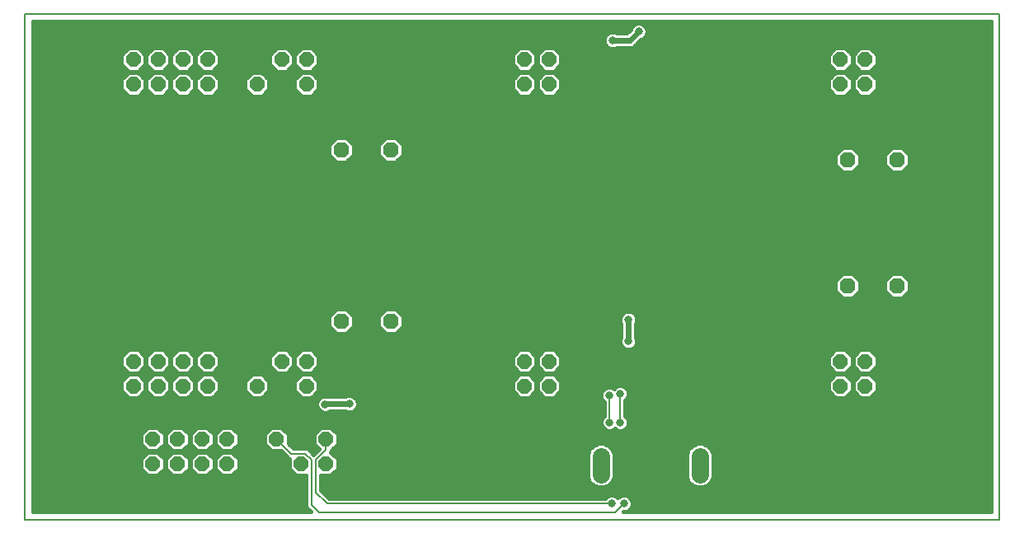
<source format=gbl>
G75*
%MOIN*%
%OFA0B0*%
%FSLAX25Y25*%
%IPPOS*%
%LPD*%
%AMOC8*
5,1,8,0,0,1.08239X$1,22.5*
%
%ADD10C,0.00591*%
%ADD11OC8,0.06300*%
%ADD12OC8,0.06000*%
%ADD13C,0.07050*%
%ADD14C,0.03150*%
%ADD15C,0.02362*%
%ADD16C,0.00630*%
%ADD17C,0.01600*%
%ADD18C,0.26772*%
%ADD19C,0.26575*%
%ADD20C,0.03543*%
%ADD21C,0.02775*%
D10*
X0001800Y0002213D02*
X0001800Y0206937D01*
X0395501Y0206937D01*
X0395501Y0002213D01*
X0001800Y0002213D01*
D11*
X0129595Y0082528D03*
X0149595Y0082528D03*
X0149595Y0151819D03*
X0129595Y0151819D03*
X0334320Y0147882D03*
X0354320Y0147882D03*
X0354320Y0096701D03*
X0334320Y0096701D03*
D12*
X0331446Y0066268D03*
X0341446Y0066268D03*
X0351446Y0066268D03*
X0351446Y0056268D03*
X0341446Y0056268D03*
X0331446Y0056268D03*
X0321446Y0056268D03*
X0321446Y0066268D03*
X0233650Y0066268D03*
X0223650Y0066268D03*
X0213650Y0066268D03*
X0203650Y0066268D03*
X0193650Y0066268D03*
X0183650Y0066268D03*
X0173650Y0066268D03*
X0163650Y0066268D03*
X0163650Y0056268D03*
X0173650Y0056268D03*
X0183650Y0056268D03*
X0193650Y0056268D03*
X0203650Y0056268D03*
X0213650Y0056268D03*
X0223650Y0056268D03*
X0233650Y0056268D03*
X0123414Y0034772D03*
X0113414Y0034772D03*
X0103414Y0034772D03*
X0093414Y0034772D03*
X0083414Y0034772D03*
X0073414Y0034772D03*
X0063414Y0034772D03*
X0053414Y0034772D03*
X0053414Y0024772D03*
X0063414Y0024772D03*
X0073414Y0024772D03*
X0083414Y0024772D03*
X0093414Y0024772D03*
X0103414Y0024772D03*
X0113414Y0024772D03*
X0123414Y0024772D03*
X0115540Y0056268D03*
X0105540Y0056268D03*
X0095540Y0056268D03*
X0085540Y0056268D03*
X0075540Y0056268D03*
X0065540Y0056268D03*
X0055540Y0056268D03*
X0045540Y0056268D03*
X0045540Y0066268D03*
X0055540Y0066268D03*
X0065540Y0066268D03*
X0075540Y0066268D03*
X0085540Y0066268D03*
X0095540Y0066268D03*
X0105540Y0066268D03*
X0115540Y0066268D03*
X0115540Y0178315D03*
X0105540Y0178315D03*
X0095540Y0178315D03*
X0085540Y0178315D03*
X0075540Y0178315D03*
X0065540Y0178315D03*
X0055540Y0178315D03*
X0045540Y0178315D03*
X0045540Y0188315D03*
X0055540Y0188315D03*
X0065540Y0188315D03*
X0075540Y0188315D03*
X0085540Y0188315D03*
X0095540Y0188315D03*
X0105540Y0188315D03*
X0115540Y0188315D03*
X0163650Y0188315D03*
X0173650Y0188315D03*
X0183650Y0188315D03*
X0193650Y0188315D03*
X0203650Y0188315D03*
X0213650Y0188315D03*
X0223650Y0188315D03*
X0233650Y0188315D03*
X0233650Y0178315D03*
X0223650Y0178315D03*
X0213650Y0178315D03*
X0203650Y0178315D03*
X0193650Y0178315D03*
X0183650Y0178315D03*
X0173650Y0178315D03*
X0163650Y0178315D03*
X0321446Y0178315D03*
X0331446Y0178315D03*
X0341446Y0178315D03*
X0351446Y0178315D03*
X0351446Y0188315D03*
X0341446Y0188315D03*
X0331446Y0188315D03*
X0321446Y0188315D03*
D13*
X0274556Y0027647D02*
X0274556Y0020597D01*
X0254556Y0020597D02*
X0254556Y0027647D01*
X0234556Y0027647D02*
X0234556Y0020597D01*
D14*
X0239005Y0008709D03*
X0243926Y0008709D03*
X0201800Y0011858D03*
X0187430Y0011465D03*
X0169320Y0011465D03*
X0238002Y0041573D03*
X0242351Y0041583D03*
X0242342Y0053000D03*
X0237992Y0052419D03*
X0218139Y0071898D03*
X0208099Y0072094D03*
X0202587Y0076819D03*
X0194320Y0076819D03*
X0186249Y0076819D03*
X0178769Y0076819D03*
X0171091Y0076819D03*
X0163611Y0076819D03*
X0159280Y0081150D03*
X0154162Y0086268D03*
X0149044Y0091386D03*
X0141761Y0093354D03*
X0133493Y0093354D03*
X0126800Y0093354D03*
X0149241Y0107331D03*
X0152391Y0116780D03*
X0158296Y0120126D03*
X0144910Y0116780D03*
X0138020Y0116780D03*
X0130146Y0116780D03*
X0123257Y0116780D03*
X0116761Y0119535D03*
X0122272Y0132528D03*
X0092548Y0144142D03*
X0092548Y0150638D03*
X0101013Y0158906D03*
X0111839Y0158906D03*
X0121485Y0158906D03*
X0129753Y0158906D03*
X0136839Y0165992D03*
X0143139Y0172291D03*
X0149044Y0178197D03*
X0157115Y0178197D03*
X0171879Y0163630D03*
X0182115Y0163630D03*
X0191367Y0163630D03*
X0200816Y0163630D03*
X0209477Y0163630D03*
X0216957Y0170913D03*
X0239202Y0196110D03*
X0249831Y0199654D03*
X0320894Y0165598D03*
X0314792Y0159496D03*
X0308296Y0153000D03*
X0301013Y0145913D03*
X0294713Y0145913D03*
X0287036Y0145913D03*
X0277391Y0155559D03*
X0244517Y0140008D03*
X0243335Y0131740D03*
X0236249Y0131740D03*
X0227784Y0131740D03*
X0219910Y0131740D03*
X0212430Y0131740D03*
X0204753Y0131740D03*
X0197469Y0131740D03*
X0193532Y0128000D03*
X0200028Y0120323D03*
X0206918Y0120323D03*
X0214989Y0120323D03*
X0222076Y0120323D03*
X0229162Y0120323D03*
X0234674Y0115008D03*
X0246879Y0115008D03*
X0257115Y0115008D03*
X0265580Y0115008D03*
X0274635Y0116386D03*
X0284871Y0118551D03*
X0293139Y0118551D03*
X0288808Y0127016D03*
X0297272Y0130559D03*
X0307706Y0135677D03*
X0319320Y0135677D03*
X0331918Y0135677D03*
X0344123Y0135677D03*
X0354753Y0135677D03*
X0357509Y0103787D03*
X0361249Y0099850D03*
X0361249Y0093354D03*
X0359871Y0086858D03*
X0354950Y0081937D03*
X0351406Y0075047D03*
X0320894Y0075047D03*
X0315186Y0080756D03*
X0309083Y0086858D03*
X0300422Y0086858D03*
X0291367Y0086858D03*
X0280343Y0086858D03*
X0267154Y0086858D03*
X0258296Y0086858D03*
X0251209Y0088827D03*
X0245698Y0083118D03*
X0245698Y0074457D03*
X0243139Y0097291D03*
X0236643Y0097488D03*
X0231918Y0102213D03*
X0226013Y0108118D03*
X0219910Y0108118D03*
X0212627Y0108118D03*
X0205540Y0108118D03*
X0191761Y0085677D03*
X0183296Y0085677D03*
X0165186Y0087646D03*
X0155934Y0066386D03*
X0148847Y0066386D03*
X0140383Y0066386D03*
X0132312Y0066386D03*
X0127391Y0071307D03*
X0121879Y0076819D03*
X0114398Y0076819D03*
X0105146Y0076819D03*
X0097666Y0076819D03*
X0089398Y0076819D03*
X0083099Y0083118D03*
X0076209Y0090008D03*
X0068335Y0097291D03*
X0082115Y0107528D03*
X0090186Y0107528D03*
X0087824Y0096504D03*
X0089989Y0124654D03*
X0081721Y0124654D03*
X0058493Y0148079D03*
X0162627Y0139417D03*
X0281131Y0100244D03*
X0286643Y0097094D03*
X0294320Y0097094D03*
X0301603Y0097094D03*
X0310068Y0097094D03*
X0318532Y0097094D03*
X0326603Y0098866D03*
X0332312Y0103787D03*
X0340383Y0103787D03*
X0349438Y0103787D03*
X0350619Y0036858D03*
X0331721Y0036858D03*
X0316761Y0034890D03*
X0132902Y0049063D03*
X0123060Y0048866D03*
D15*
X0123257Y0049063D01*
X0132902Y0049063D01*
X0245698Y0074457D02*
X0245698Y0083118D01*
X0084871Y0122291D02*
X0084083Y0122291D01*
X0081721Y0124654D01*
X0239202Y0196110D02*
X0246288Y0196110D01*
X0249831Y0199654D01*
D16*
X0242351Y0053975D02*
X0242351Y0041583D01*
X0238002Y0041573D02*
X0237992Y0041780D01*
X0237992Y0052419D01*
X0242342Y0053000D02*
X0242351Y0053975D01*
X0243926Y0008709D02*
X0240186Y0004969D01*
X0120698Y0004969D01*
X0117548Y0008118D01*
X0117548Y0022094D01*
X0117529Y0022113D01*
X0117529Y0026476D01*
X0115119Y0028887D01*
X0109299Y0028887D01*
X0103414Y0034772D01*
X0119299Y0026476D02*
X0123414Y0030591D01*
X0123414Y0034772D01*
X0119299Y0026476D02*
X0119299Y0023067D01*
X0119320Y0023047D01*
X0119320Y0013236D01*
X0123847Y0008709D01*
X0239005Y0008709D01*
D17*
X0240310Y0011804D02*
X0242620Y0011804D01*
X0242023Y0011556D02*
X0241465Y0010998D01*
X0240907Y0011556D01*
X0239673Y0012068D01*
X0238337Y0012068D01*
X0237102Y0011556D01*
X0236354Y0010808D01*
X0124717Y0010808D01*
X0121419Y0014106D01*
X0121419Y0020001D01*
X0121432Y0019987D01*
X0125396Y0019987D01*
X0128198Y0022790D01*
X0128198Y0026753D01*
X0125396Y0029556D01*
X0125348Y0029556D01*
X0125513Y0029722D01*
X0125513Y0030105D01*
X0128198Y0032790D01*
X0128198Y0036753D01*
X0125396Y0039556D01*
X0121432Y0039556D01*
X0118630Y0036753D01*
X0118630Y0032790D01*
X0120637Y0030783D01*
X0118414Y0028560D01*
X0118399Y0028575D01*
X0117218Y0029756D01*
X0115988Y0030986D01*
X0110169Y0030986D01*
X0108198Y0032956D01*
X0108198Y0036753D01*
X0105396Y0039556D01*
X0101432Y0039556D01*
X0098630Y0036753D01*
X0098630Y0032790D01*
X0101432Y0029987D01*
X0105230Y0029987D01*
X0107200Y0028017D01*
X0108430Y0026787D01*
X0108664Y0026787D01*
X0108630Y0026753D01*
X0108630Y0022790D01*
X0111432Y0019987D01*
X0115396Y0019987D01*
X0115449Y0020040D01*
X0115449Y0007249D01*
X0117390Y0005308D01*
X0004895Y0005308D01*
X0004895Y0203842D01*
X0392406Y0203842D01*
X0392406Y0005308D01*
X0243494Y0005308D01*
X0243536Y0005350D01*
X0244594Y0005350D01*
X0245829Y0005861D01*
X0246774Y0006806D01*
X0247285Y0008040D01*
X0247285Y0009377D01*
X0246774Y0010611D01*
X0245829Y0011556D01*
X0244594Y0012068D01*
X0243258Y0012068D01*
X0242023Y0011556D01*
X0245232Y0011804D02*
X0392406Y0011804D01*
X0392406Y0013402D02*
X0122122Y0013402D01*
X0121419Y0015001D02*
X0392406Y0015001D01*
X0392406Y0016599D02*
X0278066Y0016599D01*
X0277563Y0016096D02*
X0279057Y0017590D01*
X0279865Y0019541D01*
X0279865Y0028703D01*
X0279057Y0030654D01*
X0277563Y0032148D01*
X0275612Y0032956D01*
X0273500Y0032956D01*
X0271548Y0032148D01*
X0270055Y0030654D01*
X0269247Y0028703D01*
X0269247Y0019541D01*
X0270055Y0017590D01*
X0271548Y0016096D01*
X0273500Y0015288D01*
X0275612Y0015288D01*
X0277563Y0016096D01*
X0279309Y0018198D02*
X0392406Y0018198D01*
X0392406Y0019796D02*
X0279865Y0019796D01*
X0279865Y0021395D02*
X0392406Y0021395D01*
X0392406Y0022993D02*
X0279865Y0022993D01*
X0279865Y0024592D02*
X0392406Y0024592D01*
X0392406Y0026190D02*
X0279865Y0026190D01*
X0279865Y0027789D02*
X0392406Y0027789D01*
X0392406Y0029387D02*
X0279582Y0029387D01*
X0278726Y0030986D02*
X0392406Y0030986D01*
X0392406Y0032584D02*
X0276510Y0032584D01*
X0272602Y0032584D02*
X0236510Y0032584D01*
X0235612Y0032956D02*
X0233500Y0032956D01*
X0231548Y0032148D01*
X0230055Y0030654D01*
X0229247Y0028703D01*
X0229247Y0019541D01*
X0230055Y0017590D01*
X0231548Y0016096D01*
X0233500Y0015288D01*
X0235612Y0015288D01*
X0237563Y0016096D01*
X0239057Y0017590D01*
X0239865Y0019541D01*
X0239865Y0028703D01*
X0239057Y0030654D01*
X0237563Y0032148D01*
X0235612Y0032956D01*
X0232602Y0032584D02*
X0127993Y0032584D01*
X0128198Y0034183D02*
X0392406Y0034183D01*
X0392406Y0035781D02*
X0128198Y0035781D01*
X0127572Y0037380D02*
X0392406Y0037380D01*
X0392406Y0038978D02*
X0244497Y0038978D01*
X0244254Y0038735D02*
X0245199Y0039680D01*
X0245710Y0040915D01*
X0245710Y0042251D01*
X0245199Y0043485D01*
X0244450Y0044234D01*
X0244450Y0050358D01*
X0245189Y0051097D01*
X0245701Y0052332D01*
X0245701Y0053668D01*
X0245189Y0054903D01*
X0244244Y0055848D01*
X0243010Y0056359D01*
X0241674Y0056359D01*
X0240439Y0055848D01*
X0239869Y0055277D01*
X0238660Y0055778D01*
X0237324Y0055778D01*
X0236089Y0055267D01*
X0235144Y0054322D01*
X0234633Y0053087D01*
X0234633Y0051751D01*
X0235144Y0050516D01*
X0235893Y0049768D01*
X0235893Y0044215D01*
X0235154Y0043476D01*
X0234643Y0042241D01*
X0234643Y0040905D01*
X0235154Y0039670D01*
X0236099Y0038726D01*
X0237333Y0038214D01*
X0238670Y0038214D01*
X0239904Y0038726D01*
X0240181Y0039002D01*
X0240448Y0038735D01*
X0241683Y0038224D01*
X0243019Y0038224D01*
X0244254Y0038735D01*
X0245570Y0040577D02*
X0392406Y0040577D01*
X0392406Y0042175D02*
X0245710Y0042175D01*
X0244910Y0043774D02*
X0392406Y0043774D01*
X0392406Y0045372D02*
X0244450Y0045372D01*
X0244450Y0046971D02*
X0392406Y0046971D01*
X0392406Y0048569D02*
X0244450Y0048569D01*
X0244450Y0050168D02*
X0392406Y0050168D01*
X0392406Y0051766D02*
X0343710Y0051766D01*
X0343427Y0051483D02*
X0346230Y0054286D01*
X0346230Y0058249D01*
X0343427Y0061052D01*
X0339464Y0061052D01*
X0336661Y0058249D01*
X0336661Y0054286D01*
X0339464Y0051483D01*
X0343427Y0051483D01*
X0345309Y0053365D02*
X0392406Y0053365D01*
X0392406Y0054963D02*
X0346230Y0054963D01*
X0346230Y0056562D02*
X0392406Y0056562D01*
X0392406Y0058160D02*
X0346230Y0058160D01*
X0344720Y0059759D02*
X0392406Y0059759D01*
X0392406Y0061358D02*
X0004895Y0061358D01*
X0004895Y0062956D02*
X0042086Y0062956D01*
X0040756Y0064286D02*
X0043558Y0061483D01*
X0047522Y0061483D01*
X0050324Y0064286D01*
X0050324Y0068249D01*
X0047522Y0071052D01*
X0043558Y0071052D01*
X0040756Y0068249D01*
X0040756Y0064286D01*
X0040756Y0064555D02*
X0004895Y0064555D01*
X0004895Y0066153D02*
X0040756Y0066153D01*
X0040756Y0067752D02*
X0004895Y0067752D01*
X0004895Y0069350D02*
X0041857Y0069350D01*
X0043455Y0070949D02*
X0004895Y0070949D01*
X0004895Y0072547D02*
X0242857Y0072547D01*
X0242850Y0072554D02*
X0243795Y0071609D01*
X0245029Y0071098D01*
X0246366Y0071098D01*
X0247600Y0071609D01*
X0248545Y0072554D01*
X0249057Y0073789D01*
X0249057Y0075125D01*
X0248663Y0076075D01*
X0248663Y0081499D01*
X0249057Y0082450D01*
X0249057Y0083786D01*
X0248545Y0085021D01*
X0247600Y0085966D01*
X0246366Y0086477D01*
X0245029Y0086477D01*
X0243795Y0085966D01*
X0242850Y0085021D01*
X0242339Y0083786D01*
X0242339Y0082450D01*
X0242732Y0081499D01*
X0242732Y0076075D01*
X0242339Y0075125D01*
X0242339Y0073789D01*
X0242850Y0072554D01*
X0242339Y0074146D02*
X0004895Y0074146D01*
X0004895Y0075744D02*
X0242595Y0075744D01*
X0242732Y0077343D02*
X0004895Y0077343D01*
X0004895Y0078941D02*
X0126204Y0078941D01*
X0127551Y0077593D02*
X0131639Y0077593D01*
X0134530Y0080484D01*
X0134530Y0084571D01*
X0131639Y0087462D01*
X0127551Y0087462D01*
X0124661Y0084571D01*
X0124661Y0080484D01*
X0127551Y0077593D01*
X0124661Y0080540D02*
X0004895Y0080540D01*
X0004895Y0082138D02*
X0124661Y0082138D01*
X0124661Y0083737D02*
X0004895Y0083737D01*
X0004895Y0085335D02*
X0125425Y0085335D01*
X0127023Y0086934D02*
X0004895Y0086934D01*
X0004895Y0088532D02*
X0392406Y0088532D01*
X0392406Y0086934D02*
X0152167Y0086934D01*
X0151639Y0087462D02*
X0147551Y0087462D01*
X0144661Y0084571D01*
X0144661Y0080484D01*
X0147551Y0077593D01*
X0151639Y0077593D01*
X0154530Y0080484D01*
X0154530Y0084571D01*
X0151639Y0087462D01*
X0153766Y0085335D02*
X0243164Y0085335D01*
X0242339Y0083737D02*
X0154530Y0083737D01*
X0154530Y0082138D02*
X0242468Y0082138D01*
X0242732Y0080540D02*
X0154530Y0080540D01*
X0152987Y0078941D02*
X0242732Y0078941D01*
X0248663Y0078941D02*
X0392406Y0078941D01*
X0392406Y0077343D02*
X0248663Y0077343D01*
X0248800Y0075744D02*
X0392406Y0075744D01*
X0392406Y0074146D02*
X0249057Y0074146D01*
X0248538Y0072547D02*
X0392406Y0072547D01*
X0392406Y0070949D02*
X0343531Y0070949D01*
X0343427Y0071052D02*
X0339464Y0071052D01*
X0336661Y0068249D01*
X0336661Y0064286D01*
X0339464Y0061483D01*
X0343427Y0061483D01*
X0346230Y0064286D01*
X0346230Y0068249D01*
X0343427Y0071052D01*
X0345129Y0069350D02*
X0392406Y0069350D01*
X0392406Y0067752D02*
X0346230Y0067752D01*
X0346230Y0066153D02*
X0392406Y0066153D01*
X0392406Y0064555D02*
X0346230Y0064555D01*
X0344900Y0062956D02*
X0392406Y0062956D01*
X0392406Y0080540D02*
X0248663Y0080540D01*
X0248928Y0082138D02*
X0392406Y0082138D01*
X0392406Y0083737D02*
X0249057Y0083737D01*
X0248231Y0085335D02*
X0392406Y0085335D01*
X0392406Y0090131D02*
X0004895Y0090131D01*
X0004895Y0091729D02*
X0392406Y0091729D01*
X0392406Y0093328D02*
X0357925Y0093328D01*
X0359254Y0094657D02*
X0356364Y0091767D01*
X0352276Y0091767D01*
X0349385Y0094657D01*
X0349385Y0098745D01*
X0352276Y0101635D01*
X0356364Y0101635D01*
X0359254Y0098745D01*
X0359254Y0094657D01*
X0359254Y0094926D02*
X0392406Y0094926D01*
X0392406Y0096525D02*
X0359254Y0096525D01*
X0359254Y0098123D02*
X0392406Y0098123D01*
X0392406Y0099722D02*
X0358277Y0099722D01*
X0356678Y0101320D02*
X0392406Y0101320D01*
X0392406Y0102919D02*
X0004895Y0102919D01*
X0004895Y0104517D02*
X0392406Y0104517D01*
X0392406Y0106116D02*
X0004895Y0106116D01*
X0004895Y0107714D02*
X0392406Y0107714D01*
X0392406Y0109313D02*
X0004895Y0109313D01*
X0004895Y0110911D02*
X0392406Y0110911D01*
X0392406Y0112510D02*
X0004895Y0112510D01*
X0004895Y0114108D02*
X0392406Y0114108D01*
X0392406Y0115707D02*
X0004895Y0115707D01*
X0004895Y0117305D02*
X0392406Y0117305D01*
X0392406Y0118904D02*
X0004895Y0118904D01*
X0004895Y0120502D02*
X0392406Y0120502D01*
X0392406Y0122101D02*
X0004895Y0122101D01*
X0004895Y0123699D02*
X0392406Y0123699D01*
X0392406Y0125298D02*
X0004895Y0125298D01*
X0004895Y0126896D02*
X0392406Y0126896D01*
X0392406Y0128495D02*
X0004895Y0128495D01*
X0004895Y0130094D02*
X0392406Y0130094D01*
X0392406Y0131692D02*
X0004895Y0131692D01*
X0004895Y0133291D02*
X0392406Y0133291D01*
X0392406Y0134889D02*
X0004895Y0134889D01*
X0004895Y0136488D02*
X0392406Y0136488D01*
X0392406Y0138086D02*
X0004895Y0138086D01*
X0004895Y0139685D02*
X0392406Y0139685D01*
X0392406Y0141283D02*
X0004895Y0141283D01*
X0004895Y0142882D02*
X0392406Y0142882D01*
X0392406Y0144480D02*
X0357896Y0144480D01*
X0359254Y0145838D02*
X0356364Y0142948D01*
X0352276Y0142948D01*
X0349385Y0145838D01*
X0349385Y0149926D01*
X0352276Y0152816D01*
X0356364Y0152816D01*
X0359254Y0149926D01*
X0359254Y0145838D01*
X0359254Y0146079D02*
X0392406Y0146079D01*
X0392406Y0147677D02*
X0359254Y0147677D01*
X0359254Y0149276D02*
X0392406Y0149276D01*
X0392406Y0150874D02*
X0358305Y0150874D01*
X0356707Y0152473D02*
X0392406Y0152473D01*
X0392406Y0154071D02*
X0154321Y0154071D01*
X0154530Y0153863D02*
X0151639Y0156753D01*
X0147551Y0156753D01*
X0144661Y0153863D01*
X0144661Y0149775D01*
X0147551Y0146885D01*
X0151639Y0146885D01*
X0154530Y0149775D01*
X0154530Y0153863D01*
X0154530Y0152473D02*
X0331932Y0152473D01*
X0332276Y0152816D02*
X0329385Y0149926D01*
X0329385Y0145838D01*
X0332276Y0142948D01*
X0336364Y0142948D01*
X0339254Y0145838D01*
X0339254Y0149926D01*
X0336364Y0152816D01*
X0332276Y0152816D01*
X0330334Y0150874D02*
X0154530Y0150874D01*
X0154030Y0149276D02*
X0329385Y0149276D01*
X0329385Y0147677D02*
X0152432Y0147677D01*
X0146759Y0147677D02*
X0132432Y0147677D01*
X0131639Y0146885D02*
X0134530Y0149775D01*
X0134530Y0153863D01*
X0131639Y0156753D01*
X0127551Y0156753D01*
X0124661Y0153863D01*
X0124661Y0149775D01*
X0127551Y0146885D01*
X0131639Y0146885D01*
X0134030Y0149276D02*
X0145160Y0149276D01*
X0144661Y0150874D02*
X0134530Y0150874D01*
X0134530Y0152473D02*
X0144661Y0152473D01*
X0144869Y0154071D02*
X0134321Y0154071D01*
X0132723Y0155670D02*
X0146468Y0155670D01*
X0152723Y0155670D02*
X0392406Y0155670D01*
X0392406Y0157268D02*
X0004895Y0157268D01*
X0004895Y0155670D02*
X0126468Y0155670D01*
X0124869Y0154071D02*
X0004895Y0154071D01*
X0004895Y0152473D02*
X0124661Y0152473D01*
X0124661Y0150874D02*
X0004895Y0150874D01*
X0004895Y0149276D02*
X0125160Y0149276D01*
X0126759Y0147677D02*
X0004895Y0147677D01*
X0004895Y0146079D02*
X0329385Y0146079D01*
X0330743Y0144480D02*
X0004895Y0144480D01*
X0004895Y0158867D02*
X0392406Y0158867D01*
X0392406Y0160465D02*
X0004895Y0160465D01*
X0004895Y0162064D02*
X0392406Y0162064D01*
X0392406Y0163662D02*
X0004895Y0163662D01*
X0004895Y0165261D02*
X0392406Y0165261D01*
X0392406Y0166859D02*
X0004895Y0166859D01*
X0004895Y0168458D02*
X0392406Y0168458D01*
X0392406Y0170056D02*
X0004895Y0170056D01*
X0004895Y0171655D02*
X0392406Y0171655D01*
X0392406Y0173253D02*
X0004895Y0173253D01*
X0004895Y0174852D02*
X0042237Y0174852D01*
X0043558Y0173531D02*
X0047522Y0173531D01*
X0050324Y0176333D01*
X0050324Y0180297D01*
X0047522Y0183099D01*
X0043558Y0183099D01*
X0040756Y0180297D01*
X0040756Y0176333D01*
X0043558Y0173531D01*
X0040756Y0176450D02*
X0004895Y0176450D01*
X0004895Y0178049D02*
X0040756Y0178049D01*
X0040756Y0179647D02*
X0004895Y0179647D01*
X0004895Y0181246D02*
X0041705Y0181246D01*
X0043304Y0182844D02*
X0004895Y0182844D01*
X0004895Y0184443D02*
X0042646Y0184443D01*
X0043558Y0183531D02*
X0047522Y0183531D01*
X0050324Y0186333D01*
X0050324Y0190297D01*
X0047522Y0193099D01*
X0043558Y0193099D01*
X0040756Y0190297D01*
X0040756Y0186333D01*
X0043558Y0183531D01*
X0047777Y0182844D02*
X0053304Y0182844D01*
X0053558Y0183099D02*
X0050756Y0180297D01*
X0050756Y0176333D01*
X0053558Y0173531D01*
X0057522Y0173531D01*
X0060324Y0176333D01*
X0060324Y0180297D01*
X0057522Y0183099D01*
X0053558Y0183099D01*
X0053558Y0183531D02*
X0057522Y0183531D01*
X0060324Y0186333D01*
X0060324Y0190297D01*
X0057522Y0193099D01*
X0053558Y0193099D01*
X0050756Y0190297D01*
X0050756Y0186333D01*
X0053558Y0183531D01*
X0052646Y0184443D02*
X0048434Y0184443D01*
X0050033Y0186041D02*
X0051048Y0186041D01*
X0050756Y0187640D02*
X0050324Y0187640D01*
X0050324Y0189238D02*
X0050756Y0189238D01*
X0051296Y0190837D02*
X0049784Y0190837D01*
X0048186Y0192435D02*
X0052895Y0192435D01*
X0058186Y0192435D02*
X0062895Y0192435D01*
X0063558Y0193099D02*
X0060756Y0190297D01*
X0060756Y0186333D01*
X0063558Y0183531D01*
X0067522Y0183531D01*
X0070324Y0186333D01*
X0070324Y0190297D01*
X0067522Y0193099D01*
X0063558Y0193099D01*
X0061296Y0190837D02*
X0059784Y0190837D01*
X0060324Y0189238D02*
X0060756Y0189238D01*
X0060756Y0187640D02*
X0060324Y0187640D01*
X0060033Y0186041D02*
X0061048Y0186041D01*
X0062646Y0184443D02*
X0058434Y0184443D01*
X0057777Y0182844D02*
X0063304Y0182844D01*
X0063558Y0183099D02*
X0060756Y0180297D01*
X0060756Y0176333D01*
X0063558Y0173531D01*
X0067522Y0173531D01*
X0070324Y0176333D01*
X0070324Y0180297D01*
X0067522Y0183099D01*
X0063558Y0183099D01*
X0061705Y0181246D02*
X0059375Y0181246D01*
X0060324Y0179647D02*
X0060756Y0179647D01*
X0060756Y0178049D02*
X0060324Y0178049D01*
X0060324Y0176450D02*
X0060756Y0176450D01*
X0062237Y0174852D02*
X0058843Y0174852D01*
X0052237Y0174852D02*
X0048843Y0174852D01*
X0050324Y0176450D02*
X0050756Y0176450D01*
X0050756Y0178049D02*
X0050324Y0178049D01*
X0050324Y0179647D02*
X0050756Y0179647D01*
X0051705Y0181246D02*
X0049375Y0181246D01*
X0041048Y0186041D02*
X0004895Y0186041D01*
X0004895Y0187640D02*
X0040756Y0187640D01*
X0040756Y0189238D02*
X0004895Y0189238D01*
X0004895Y0190837D02*
X0041296Y0190837D01*
X0042895Y0192435D02*
X0004895Y0192435D01*
X0004895Y0194034D02*
X0236527Y0194034D01*
X0236354Y0194207D02*
X0237299Y0193263D01*
X0238533Y0192751D01*
X0239870Y0192751D01*
X0240820Y0193145D01*
X0246878Y0193145D01*
X0247968Y0193596D01*
X0250784Y0196412D01*
X0251734Y0196806D01*
X0252679Y0197751D01*
X0253191Y0198985D01*
X0253191Y0200322D01*
X0252679Y0201556D01*
X0251734Y0202501D01*
X0250500Y0203013D01*
X0249163Y0203013D01*
X0247929Y0202501D01*
X0246984Y0201556D01*
X0246590Y0200606D01*
X0245060Y0199076D01*
X0240820Y0199076D01*
X0239870Y0199469D01*
X0238533Y0199469D01*
X0237299Y0198958D01*
X0236354Y0198013D01*
X0235843Y0196778D01*
X0235843Y0195442D01*
X0236354Y0194207D01*
X0235843Y0195632D02*
X0004895Y0195632D01*
X0004895Y0197231D02*
X0236030Y0197231D01*
X0237170Y0198829D02*
X0004895Y0198829D01*
X0004895Y0200428D02*
X0246412Y0200428D01*
X0247454Y0202027D02*
X0004895Y0202027D01*
X0004895Y0203625D02*
X0392406Y0203625D01*
X0392406Y0202027D02*
X0252209Y0202027D01*
X0253147Y0200428D02*
X0392406Y0200428D01*
X0392406Y0198829D02*
X0253126Y0198829D01*
X0252159Y0197231D02*
X0392406Y0197231D01*
X0392406Y0195632D02*
X0250004Y0195632D01*
X0248406Y0194034D02*
X0392406Y0194034D01*
X0392406Y0192435D02*
X0344091Y0192435D01*
X0343427Y0193099D02*
X0339464Y0193099D01*
X0336661Y0190297D01*
X0336661Y0186333D01*
X0339464Y0183531D01*
X0343427Y0183531D01*
X0346230Y0186333D01*
X0346230Y0190297D01*
X0343427Y0193099D01*
X0345690Y0190837D02*
X0392406Y0190837D01*
X0392406Y0189238D02*
X0346230Y0189238D01*
X0346230Y0187640D02*
X0392406Y0187640D01*
X0392406Y0186041D02*
X0345938Y0186041D01*
X0344340Y0184443D02*
X0392406Y0184443D01*
X0392406Y0182844D02*
X0343682Y0182844D01*
X0343427Y0183099D02*
X0339464Y0183099D01*
X0336661Y0180297D01*
X0336661Y0176333D01*
X0339464Y0173531D01*
X0343427Y0173531D01*
X0346230Y0176333D01*
X0346230Y0180297D01*
X0343427Y0183099D01*
X0345281Y0181246D02*
X0392406Y0181246D01*
X0392406Y0179647D02*
X0346230Y0179647D01*
X0346230Y0178049D02*
X0392406Y0178049D01*
X0392406Y0176450D02*
X0346230Y0176450D01*
X0344748Y0174852D02*
X0392406Y0174852D01*
X0351932Y0152473D02*
X0336707Y0152473D01*
X0338305Y0150874D02*
X0350334Y0150874D01*
X0349385Y0149276D02*
X0339254Y0149276D01*
X0339254Y0147677D02*
X0349385Y0147677D01*
X0349385Y0146079D02*
X0339254Y0146079D01*
X0337896Y0144480D02*
X0350743Y0144480D01*
X0338143Y0174852D02*
X0334748Y0174852D01*
X0333427Y0173531D02*
X0336230Y0176333D01*
X0336230Y0180297D01*
X0333427Y0183099D01*
X0329464Y0183099D01*
X0326661Y0180297D01*
X0326661Y0176333D01*
X0329464Y0173531D01*
X0333427Y0173531D01*
X0336230Y0176450D02*
X0336661Y0176450D01*
X0336661Y0178049D02*
X0336230Y0178049D01*
X0336230Y0179647D02*
X0336661Y0179647D01*
X0337611Y0181246D02*
X0335281Y0181246D01*
X0333682Y0182844D02*
X0339209Y0182844D01*
X0338552Y0184443D02*
X0334340Y0184443D01*
X0333427Y0183531D02*
X0329464Y0183531D01*
X0326661Y0186333D01*
X0326661Y0190297D01*
X0329464Y0193099D01*
X0333427Y0193099D01*
X0336230Y0190297D01*
X0336230Y0186333D01*
X0333427Y0183531D01*
X0329209Y0182844D02*
X0215887Y0182844D01*
X0215632Y0183099D02*
X0211669Y0183099D01*
X0208866Y0180297D01*
X0208866Y0176333D01*
X0211669Y0173531D01*
X0215632Y0173531D01*
X0218435Y0176333D01*
X0218435Y0180297D01*
X0215632Y0183099D01*
X0215632Y0183531D02*
X0218435Y0186333D01*
X0218435Y0190297D01*
X0215632Y0193099D01*
X0211669Y0193099D01*
X0208866Y0190297D01*
X0208866Y0186333D01*
X0211669Y0183531D01*
X0215632Y0183531D01*
X0216544Y0184443D02*
X0328552Y0184443D01*
X0326953Y0186041D02*
X0218143Y0186041D01*
X0218435Y0187640D02*
X0326661Y0187640D01*
X0326661Y0189238D02*
X0218435Y0189238D01*
X0217894Y0190837D02*
X0327202Y0190837D01*
X0328800Y0192435D02*
X0216296Y0192435D01*
X0211005Y0192435D02*
X0206296Y0192435D01*
X0205632Y0193099D02*
X0201669Y0193099D01*
X0198866Y0190297D01*
X0198866Y0186333D01*
X0201669Y0183531D01*
X0205632Y0183531D01*
X0208435Y0186333D01*
X0208435Y0190297D01*
X0205632Y0193099D01*
X0207894Y0190837D02*
X0209406Y0190837D01*
X0208866Y0189238D02*
X0208435Y0189238D01*
X0208435Y0187640D02*
X0208866Y0187640D01*
X0209158Y0186041D02*
X0208143Y0186041D01*
X0206544Y0184443D02*
X0210757Y0184443D01*
X0211414Y0182844D02*
X0205887Y0182844D01*
X0205632Y0183099D02*
X0201669Y0183099D01*
X0198866Y0180297D01*
X0198866Y0176333D01*
X0201669Y0173531D01*
X0205632Y0173531D01*
X0208435Y0176333D01*
X0208435Y0180297D01*
X0205632Y0183099D01*
X0207485Y0181246D02*
X0209815Y0181246D01*
X0208866Y0179647D02*
X0208435Y0179647D01*
X0208435Y0178049D02*
X0208866Y0178049D01*
X0208866Y0176450D02*
X0208435Y0176450D01*
X0206953Y0174852D02*
X0210348Y0174852D01*
X0216953Y0174852D02*
X0328143Y0174852D01*
X0326661Y0176450D02*
X0218435Y0176450D01*
X0218435Y0178049D02*
X0326661Y0178049D01*
X0326661Y0179647D02*
X0218435Y0179647D01*
X0217485Y0181246D02*
X0327611Y0181246D01*
X0335938Y0186041D02*
X0336953Y0186041D01*
X0336661Y0187640D02*
X0336230Y0187640D01*
X0336230Y0189238D02*
X0336661Y0189238D01*
X0337202Y0190837D02*
X0335690Y0190837D01*
X0334091Y0192435D02*
X0338800Y0192435D01*
X0201414Y0182844D02*
X0117777Y0182844D01*
X0117522Y0183099D02*
X0113558Y0183099D01*
X0110756Y0180297D01*
X0110756Y0176333D01*
X0113558Y0173531D01*
X0117522Y0173531D01*
X0120324Y0176333D01*
X0120324Y0180297D01*
X0117522Y0183099D01*
X0117522Y0183531D02*
X0120324Y0186333D01*
X0120324Y0190297D01*
X0117522Y0193099D01*
X0113558Y0193099D01*
X0110756Y0190297D01*
X0110756Y0186333D01*
X0113558Y0183531D01*
X0117522Y0183531D01*
X0118434Y0184443D02*
X0200757Y0184443D01*
X0199158Y0186041D02*
X0120033Y0186041D01*
X0120324Y0187640D02*
X0198866Y0187640D01*
X0198866Y0189238D02*
X0120324Y0189238D01*
X0119784Y0190837D02*
X0199406Y0190837D01*
X0201005Y0192435D02*
X0118186Y0192435D01*
X0112895Y0192435D02*
X0108186Y0192435D01*
X0107522Y0193099D02*
X0110324Y0190297D01*
X0110324Y0186333D01*
X0107522Y0183531D01*
X0103558Y0183531D01*
X0100756Y0186333D01*
X0100756Y0190297D01*
X0103558Y0193099D01*
X0107522Y0193099D01*
X0109784Y0190837D02*
X0111296Y0190837D01*
X0110756Y0189238D02*
X0110324Y0189238D01*
X0110324Y0187640D02*
X0110756Y0187640D01*
X0111048Y0186041D02*
X0110033Y0186041D01*
X0108434Y0184443D02*
X0112646Y0184443D01*
X0113304Y0182844D02*
X0097777Y0182844D01*
X0097522Y0183099D02*
X0093558Y0183099D01*
X0090756Y0180297D01*
X0090756Y0176333D01*
X0093558Y0173531D01*
X0097522Y0173531D01*
X0100324Y0176333D01*
X0100324Y0180297D01*
X0097522Y0183099D01*
X0099375Y0181246D02*
X0111705Y0181246D01*
X0110756Y0179647D02*
X0100324Y0179647D01*
X0100324Y0178049D02*
X0110756Y0178049D01*
X0110756Y0176450D02*
X0100324Y0176450D01*
X0098843Y0174852D02*
X0112237Y0174852D01*
X0118843Y0174852D02*
X0200348Y0174852D01*
X0198866Y0176450D02*
X0120324Y0176450D01*
X0120324Y0178049D02*
X0198866Y0178049D01*
X0198866Y0179647D02*
X0120324Y0179647D01*
X0119375Y0181246D02*
X0199815Y0181246D01*
X0102646Y0184443D02*
X0078434Y0184443D01*
X0077522Y0183531D02*
X0073558Y0183531D01*
X0070756Y0186333D01*
X0070756Y0190297D01*
X0073558Y0193099D01*
X0077522Y0193099D01*
X0080324Y0190297D01*
X0080324Y0186333D01*
X0077522Y0183531D01*
X0077522Y0183099D02*
X0073558Y0183099D01*
X0070756Y0180297D01*
X0070756Y0176333D01*
X0073558Y0173531D01*
X0077522Y0173531D01*
X0080324Y0176333D01*
X0080324Y0180297D01*
X0077522Y0183099D01*
X0077777Y0182844D02*
X0093304Y0182844D01*
X0091705Y0181246D02*
X0079375Y0181246D01*
X0080324Y0179647D02*
X0090756Y0179647D01*
X0090756Y0178049D02*
X0080324Y0178049D01*
X0080324Y0176450D02*
X0090756Y0176450D01*
X0092237Y0174852D02*
X0078843Y0174852D01*
X0072237Y0174852D02*
X0068843Y0174852D01*
X0070324Y0176450D02*
X0070756Y0176450D01*
X0070756Y0178049D02*
X0070324Y0178049D01*
X0070324Y0179647D02*
X0070756Y0179647D01*
X0071705Y0181246D02*
X0069375Y0181246D01*
X0067777Y0182844D02*
X0073304Y0182844D01*
X0072646Y0184443D02*
X0068434Y0184443D01*
X0070033Y0186041D02*
X0071048Y0186041D01*
X0070756Y0187640D02*
X0070324Y0187640D01*
X0070324Y0189238D02*
X0070756Y0189238D01*
X0071296Y0190837D02*
X0069784Y0190837D01*
X0068186Y0192435D02*
X0072895Y0192435D01*
X0078186Y0192435D02*
X0102895Y0192435D01*
X0101296Y0190837D02*
X0079784Y0190837D01*
X0080324Y0189238D02*
X0100756Y0189238D01*
X0100756Y0187640D02*
X0080324Y0187640D01*
X0080033Y0186041D02*
X0101048Y0186041D01*
X0004895Y0101320D02*
X0331961Y0101320D01*
X0332276Y0101635D02*
X0329385Y0098745D01*
X0329385Y0094657D01*
X0332276Y0091767D01*
X0336364Y0091767D01*
X0339254Y0094657D01*
X0339254Y0098745D01*
X0336364Y0101635D01*
X0332276Y0101635D01*
X0330363Y0099722D02*
X0004895Y0099722D01*
X0004895Y0098123D02*
X0329385Y0098123D01*
X0329385Y0096525D02*
X0004895Y0096525D01*
X0004895Y0094926D02*
X0329385Y0094926D01*
X0330715Y0093328D02*
X0004895Y0093328D01*
X0047625Y0070949D02*
X0053455Y0070949D01*
X0053558Y0071052D02*
X0050756Y0068249D01*
X0050756Y0064286D01*
X0053558Y0061483D01*
X0057522Y0061483D01*
X0060324Y0064286D01*
X0060324Y0068249D01*
X0057522Y0071052D01*
X0053558Y0071052D01*
X0051857Y0069350D02*
X0049224Y0069350D01*
X0050324Y0067752D02*
X0050756Y0067752D01*
X0050756Y0066153D02*
X0050324Y0066153D01*
X0050324Y0064555D02*
X0050756Y0064555D01*
X0052086Y0062956D02*
X0048994Y0062956D01*
X0047522Y0061052D02*
X0043558Y0061052D01*
X0040756Y0058249D01*
X0040756Y0054286D01*
X0043558Y0051483D01*
X0047522Y0051483D01*
X0050324Y0054286D01*
X0050324Y0058249D01*
X0047522Y0061052D01*
X0048815Y0059759D02*
X0052266Y0059759D01*
X0053558Y0061052D02*
X0050756Y0058249D01*
X0050756Y0054286D01*
X0053558Y0051483D01*
X0057522Y0051483D01*
X0060324Y0054286D01*
X0060324Y0058249D01*
X0057522Y0061052D01*
X0053558Y0061052D01*
X0058815Y0059759D02*
X0062266Y0059759D01*
X0063558Y0061052D02*
X0060756Y0058249D01*
X0060756Y0054286D01*
X0063558Y0051483D01*
X0067522Y0051483D01*
X0070324Y0054286D01*
X0070324Y0058249D01*
X0067522Y0061052D01*
X0063558Y0061052D01*
X0063558Y0061483D02*
X0067522Y0061483D01*
X0070324Y0064286D01*
X0070324Y0068249D01*
X0067522Y0071052D01*
X0063558Y0071052D01*
X0060756Y0068249D01*
X0060756Y0064286D01*
X0063558Y0061483D01*
X0062086Y0062956D02*
X0058994Y0062956D01*
X0060324Y0064555D02*
X0060756Y0064555D01*
X0060756Y0066153D02*
X0060324Y0066153D01*
X0060324Y0067752D02*
X0060756Y0067752D01*
X0061857Y0069350D02*
X0059224Y0069350D01*
X0057625Y0070949D02*
X0063455Y0070949D01*
X0067625Y0070949D02*
X0073455Y0070949D01*
X0073558Y0071052D02*
X0070756Y0068249D01*
X0070756Y0064286D01*
X0073558Y0061483D01*
X0077522Y0061483D01*
X0080324Y0064286D01*
X0080324Y0068249D01*
X0077522Y0071052D01*
X0073558Y0071052D01*
X0071857Y0069350D02*
X0069224Y0069350D01*
X0070324Y0067752D02*
X0070756Y0067752D01*
X0070756Y0066153D02*
X0070324Y0066153D01*
X0070324Y0064555D02*
X0070756Y0064555D01*
X0072086Y0062956D02*
X0068994Y0062956D01*
X0073558Y0061052D02*
X0070756Y0058249D01*
X0070756Y0054286D01*
X0073558Y0051483D01*
X0077522Y0051483D01*
X0080324Y0054286D01*
X0080324Y0058249D01*
X0077522Y0061052D01*
X0073558Y0061052D01*
X0072266Y0059759D02*
X0068815Y0059759D01*
X0070324Y0058160D02*
X0070756Y0058160D01*
X0070756Y0056562D02*
X0070324Y0056562D01*
X0070324Y0054963D02*
X0070756Y0054963D01*
X0071677Y0053365D02*
X0069403Y0053365D01*
X0067805Y0051766D02*
X0073275Y0051766D01*
X0077805Y0051766D02*
X0093275Y0051766D01*
X0093558Y0051483D02*
X0097522Y0051483D01*
X0100324Y0054286D01*
X0100324Y0058249D01*
X0097522Y0061052D01*
X0093558Y0061052D01*
X0090756Y0058249D01*
X0090756Y0054286D01*
X0093558Y0051483D01*
X0091677Y0053365D02*
X0079403Y0053365D01*
X0080324Y0054963D02*
X0090756Y0054963D01*
X0090756Y0056562D02*
X0080324Y0056562D01*
X0080324Y0058160D02*
X0090756Y0058160D01*
X0092266Y0059759D02*
X0078815Y0059759D01*
X0078994Y0062956D02*
X0102086Y0062956D01*
X0100756Y0064286D02*
X0103558Y0061483D01*
X0107522Y0061483D01*
X0110324Y0064286D01*
X0110324Y0068249D01*
X0107522Y0071052D01*
X0103558Y0071052D01*
X0100756Y0068249D01*
X0100756Y0064286D01*
X0100756Y0064555D02*
X0080324Y0064555D01*
X0080324Y0066153D02*
X0100756Y0066153D01*
X0100756Y0067752D02*
X0080324Y0067752D01*
X0079224Y0069350D02*
X0101857Y0069350D01*
X0103455Y0070949D02*
X0077625Y0070949D01*
X0098815Y0059759D02*
X0112266Y0059759D01*
X0113558Y0061052D02*
X0110756Y0058249D01*
X0110756Y0054286D01*
X0113558Y0051483D01*
X0117522Y0051483D01*
X0120324Y0054286D01*
X0120324Y0058249D01*
X0117522Y0061052D01*
X0113558Y0061052D01*
X0113558Y0061483D02*
X0117522Y0061483D01*
X0120324Y0064286D01*
X0120324Y0068249D01*
X0117522Y0071052D01*
X0113558Y0071052D01*
X0110756Y0068249D01*
X0110756Y0064286D01*
X0113558Y0061483D01*
X0112086Y0062956D02*
X0108994Y0062956D01*
X0110324Y0064555D02*
X0110756Y0064555D01*
X0110756Y0066153D02*
X0110324Y0066153D01*
X0110324Y0067752D02*
X0110756Y0067752D01*
X0111857Y0069350D02*
X0109224Y0069350D01*
X0107625Y0070949D02*
X0113455Y0070949D01*
X0117625Y0070949D02*
X0201565Y0070949D01*
X0201669Y0071052D02*
X0198866Y0068249D01*
X0198866Y0064286D01*
X0201669Y0061483D01*
X0205632Y0061483D01*
X0208435Y0064286D01*
X0208435Y0068249D01*
X0205632Y0071052D01*
X0201669Y0071052D01*
X0199967Y0069350D02*
X0119224Y0069350D01*
X0120324Y0067752D02*
X0198866Y0067752D01*
X0198866Y0066153D02*
X0120324Y0066153D01*
X0120324Y0064555D02*
X0198866Y0064555D01*
X0200196Y0062956D02*
X0118994Y0062956D01*
X0118815Y0059759D02*
X0200376Y0059759D01*
X0201669Y0061052D02*
X0198866Y0058249D01*
X0198866Y0054286D01*
X0201669Y0051483D01*
X0205632Y0051483D01*
X0208435Y0054286D01*
X0208435Y0058249D01*
X0205632Y0061052D01*
X0201669Y0061052D01*
X0206925Y0059759D02*
X0210376Y0059759D01*
X0211669Y0061052D02*
X0208866Y0058249D01*
X0208866Y0054286D01*
X0211669Y0051483D01*
X0215632Y0051483D01*
X0218435Y0054286D01*
X0218435Y0058249D01*
X0215632Y0061052D01*
X0211669Y0061052D01*
X0211669Y0061483D02*
X0215632Y0061483D01*
X0218435Y0064286D01*
X0218435Y0068249D01*
X0215632Y0071052D01*
X0211669Y0071052D01*
X0208866Y0068249D01*
X0208866Y0064286D01*
X0211669Y0061483D01*
X0210196Y0062956D02*
X0207105Y0062956D01*
X0208435Y0064555D02*
X0208866Y0064555D01*
X0208866Y0066153D02*
X0208435Y0066153D01*
X0208435Y0067752D02*
X0208866Y0067752D01*
X0209967Y0069350D02*
X0207334Y0069350D01*
X0205735Y0070949D02*
X0211565Y0070949D01*
X0215735Y0070949D02*
X0329361Y0070949D01*
X0329464Y0071052D02*
X0326661Y0068249D01*
X0326661Y0064286D01*
X0329464Y0061483D01*
X0333427Y0061483D01*
X0336230Y0064286D01*
X0336230Y0068249D01*
X0333427Y0071052D01*
X0329464Y0071052D01*
X0327762Y0069350D02*
X0217334Y0069350D01*
X0218435Y0067752D02*
X0326661Y0067752D01*
X0326661Y0066153D02*
X0218435Y0066153D01*
X0218435Y0064555D02*
X0326661Y0064555D01*
X0327991Y0062956D02*
X0217105Y0062956D01*
X0216925Y0059759D02*
X0328171Y0059759D01*
X0329464Y0061052D02*
X0326661Y0058249D01*
X0326661Y0054286D01*
X0329464Y0051483D01*
X0333427Y0051483D01*
X0336230Y0054286D01*
X0336230Y0058249D01*
X0333427Y0061052D01*
X0329464Y0061052D01*
X0334720Y0059759D02*
X0338171Y0059759D01*
X0336661Y0058160D02*
X0336230Y0058160D01*
X0336230Y0056562D02*
X0336661Y0056562D01*
X0336661Y0054963D02*
X0336230Y0054963D01*
X0335309Y0053365D02*
X0337582Y0053365D01*
X0339181Y0051766D02*
X0333710Y0051766D01*
X0329181Y0051766D02*
X0245467Y0051766D01*
X0245701Y0053365D02*
X0327582Y0053365D01*
X0326661Y0054963D02*
X0245129Y0054963D01*
X0235786Y0054963D02*
X0218435Y0054963D01*
X0218435Y0056562D02*
X0326661Y0056562D01*
X0326661Y0058160D02*
X0218435Y0058160D01*
X0217514Y0053365D02*
X0234748Y0053365D01*
X0234633Y0051766D02*
X0215915Y0051766D01*
X0211386Y0051766D02*
X0205915Y0051766D01*
X0207514Y0053365D02*
X0209787Y0053365D01*
X0208866Y0054963D02*
X0208435Y0054963D01*
X0208435Y0056562D02*
X0208866Y0056562D01*
X0208866Y0058160D02*
X0208435Y0058160D01*
X0199787Y0053365D02*
X0119403Y0053365D01*
X0120324Y0054963D02*
X0198866Y0054963D01*
X0198866Y0056562D02*
X0120324Y0056562D01*
X0120324Y0058160D02*
X0198866Y0058160D01*
X0201386Y0051766D02*
X0134949Y0051766D01*
X0134805Y0051911D02*
X0133571Y0052422D01*
X0132234Y0052422D01*
X0131284Y0052028D01*
X0124203Y0052028D01*
X0123728Y0052225D01*
X0122392Y0052225D01*
X0121157Y0051714D01*
X0120212Y0050769D01*
X0119701Y0049534D01*
X0119701Y0048198D01*
X0120212Y0046963D01*
X0121157Y0046018D01*
X0122392Y0045507D01*
X0123728Y0045507D01*
X0124963Y0046018D01*
X0125042Y0046098D01*
X0131284Y0046098D01*
X0132234Y0045704D01*
X0133571Y0045704D01*
X0134805Y0046215D01*
X0135750Y0047160D01*
X0136261Y0048395D01*
X0136261Y0049731D01*
X0135750Y0050966D01*
X0134805Y0051911D01*
X0136080Y0050168D02*
X0235493Y0050168D01*
X0235893Y0048569D02*
X0136261Y0048569D01*
X0135561Y0046971D02*
X0235893Y0046971D01*
X0235893Y0045372D02*
X0004895Y0045372D01*
X0004895Y0043774D02*
X0235452Y0043774D01*
X0234643Y0042175D02*
X0004895Y0042175D01*
X0004895Y0040577D02*
X0234778Y0040577D01*
X0235846Y0038978D02*
X0125973Y0038978D01*
X0120855Y0038978D02*
X0105973Y0038978D01*
X0107572Y0037380D02*
X0119256Y0037380D01*
X0118630Y0035781D02*
X0108198Y0035781D01*
X0108198Y0034183D02*
X0118630Y0034183D01*
X0118836Y0032584D02*
X0108570Y0032584D01*
X0105830Y0029387D02*
X0085564Y0029387D01*
X0085396Y0029556D02*
X0081432Y0029556D01*
X0078630Y0026753D01*
X0078630Y0022790D01*
X0081432Y0019987D01*
X0085396Y0019987D01*
X0088198Y0022790D01*
X0088198Y0026753D01*
X0085396Y0029556D01*
X0085396Y0029987D02*
X0088198Y0032790D01*
X0088198Y0036753D01*
X0085396Y0039556D01*
X0081432Y0039556D01*
X0078630Y0036753D01*
X0078630Y0032790D01*
X0081432Y0029987D01*
X0085396Y0029987D01*
X0086394Y0030986D02*
X0100434Y0030986D01*
X0098836Y0032584D02*
X0087993Y0032584D01*
X0088198Y0034183D02*
X0098630Y0034183D01*
X0098630Y0035781D02*
X0088198Y0035781D01*
X0087572Y0037380D02*
X0099256Y0037380D01*
X0100855Y0038978D02*
X0085973Y0038978D01*
X0080855Y0038978D02*
X0075973Y0038978D01*
X0075396Y0039556D02*
X0078198Y0036753D01*
X0078198Y0032790D01*
X0075396Y0029987D01*
X0071432Y0029987D01*
X0068630Y0032790D01*
X0068630Y0036753D01*
X0071432Y0039556D01*
X0075396Y0039556D01*
X0077572Y0037380D02*
X0079256Y0037380D01*
X0078630Y0035781D02*
X0078198Y0035781D01*
X0078198Y0034183D02*
X0078630Y0034183D01*
X0078836Y0032584D02*
X0077993Y0032584D01*
X0076394Y0030986D02*
X0080434Y0030986D01*
X0081264Y0029387D02*
X0075564Y0029387D01*
X0075396Y0029556D02*
X0071432Y0029556D01*
X0068630Y0026753D01*
X0068630Y0022790D01*
X0071432Y0019987D01*
X0075396Y0019987D01*
X0078198Y0022790D01*
X0078198Y0026753D01*
X0075396Y0029556D01*
X0077163Y0027789D02*
X0079665Y0027789D01*
X0078630Y0026190D02*
X0078198Y0026190D01*
X0078198Y0024592D02*
X0078630Y0024592D01*
X0078630Y0022993D02*
X0078198Y0022993D01*
X0076803Y0021395D02*
X0080025Y0021395D01*
X0086803Y0021395D02*
X0110025Y0021395D01*
X0108630Y0022993D02*
X0088198Y0022993D01*
X0088198Y0024592D02*
X0108630Y0024592D01*
X0108630Y0026190D02*
X0088198Y0026190D01*
X0087163Y0027789D02*
X0107428Y0027789D01*
X0115988Y0030986D02*
X0120434Y0030986D01*
X0119242Y0029387D02*
X0117587Y0029387D01*
X0125564Y0029387D02*
X0229530Y0029387D01*
X0229247Y0027789D02*
X0127163Y0027789D01*
X0128198Y0026190D02*
X0229247Y0026190D01*
X0229247Y0024592D02*
X0128198Y0024592D01*
X0128198Y0022993D02*
X0229247Y0022993D01*
X0229247Y0021395D02*
X0126803Y0021395D01*
X0121419Y0019796D02*
X0229247Y0019796D01*
X0229803Y0018198D02*
X0121419Y0018198D01*
X0121419Y0016599D02*
X0231045Y0016599D01*
X0238066Y0016599D02*
X0271045Y0016599D01*
X0269803Y0018198D02*
X0239309Y0018198D01*
X0239865Y0019796D02*
X0269247Y0019796D01*
X0269247Y0021395D02*
X0239865Y0021395D01*
X0239865Y0022993D02*
X0269247Y0022993D01*
X0269247Y0024592D02*
X0239865Y0024592D01*
X0239865Y0026190D02*
X0269247Y0026190D01*
X0269247Y0027789D02*
X0239865Y0027789D01*
X0239582Y0029387D02*
X0269530Y0029387D01*
X0270386Y0030986D02*
X0238726Y0030986D01*
X0230386Y0030986D02*
X0126394Y0030986D01*
X0115449Y0019796D02*
X0004895Y0019796D01*
X0004895Y0018198D02*
X0115449Y0018198D01*
X0115449Y0016599D02*
X0004895Y0016599D01*
X0004895Y0015001D02*
X0115449Y0015001D01*
X0115449Y0013402D02*
X0004895Y0013402D01*
X0004895Y0011804D02*
X0115449Y0011804D01*
X0115449Y0010205D02*
X0004895Y0010205D01*
X0004895Y0008607D02*
X0115449Y0008607D01*
X0115689Y0007008D02*
X0004895Y0007008D01*
X0004895Y0005410D02*
X0117288Y0005410D01*
X0123721Y0011804D02*
X0237699Y0011804D01*
X0246942Y0010205D02*
X0392406Y0010205D01*
X0392406Y0008607D02*
X0247285Y0008607D01*
X0246857Y0007008D02*
X0392406Y0007008D01*
X0392406Y0005410D02*
X0244739Y0005410D01*
X0240205Y0038978D02*
X0240157Y0038978D01*
X0333531Y0070949D02*
X0339361Y0070949D01*
X0337762Y0069350D02*
X0335129Y0069350D01*
X0336230Y0067752D02*
X0336661Y0067752D01*
X0336661Y0066153D02*
X0336230Y0066153D01*
X0336230Y0064555D02*
X0336661Y0064555D01*
X0337991Y0062956D02*
X0334900Y0062956D01*
X0337925Y0093328D02*
X0350715Y0093328D01*
X0349385Y0094926D02*
X0339254Y0094926D01*
X0339254Y0096525D02*
X0349385Y0096525D01*
X0349385Y0098123D02*
X0339254Y0098123D01*
X0338277Y0099722D02*
X0350363Y0099722D01*
X0351961Y0101320D02*
X0336678Y0101320D01*
X0147023Y0086934D02*
X0132167Y0086934D01*
X0133766Y0085335D02*
X0145425Y0085335D01*
X0144661Y0083737D02*
X0134530Y0083737D01*
X0134530Y0082138D02*
X0144661Y0082138D01*
X0144661Y0080540D02*
X0134530Y0080540D01*
X0132987Y0078941D02*
X0146204Y0078941D01*
X0110756Y0058160D02*
X0100324Y0058160D01*
X0100324Y0056562D02*
X0110756Y0056562D01*
X0110756Y0054963D02*
X0100324Y0054963D01*
X0099403Y0053365D02*
X0111677Y0053365D01*
X0113275Y0051766D02*
X0097805Y0051766D01*
X0117805Y0051766D02*
X0121284Y0051766D01*
X0119963Y0050168D02*
X0004895Y0050168D01*
X0004895Y0051766D02*
X0043275Y0051766D01*
X0041677Y0053365D02*
X0004895Y0053365D01*
X0004895Y0054963D02*
X0040756Y0054963D01*
X0040756Y0056562D02*
X0004895Y0056562D01*
X0004895Y0058160D02*
X0040756Y0058160D01*
X0042266Y0059759D02*
X0004895Y0059759D01*
X0004895Y0048569D02*
X0119701Y0048569D01*
X0120209Y0046971D02*
X0004895Y0046971D01*
X0004895Y0038978D02*
X0050855Y0038978D01*
X0051432Y0039556D02*
X0048630Y0036753D01*
X0048630Y0032790D01*
X0051432Y0029987D01*
X0055396Y0029987D01*
X0058198Y0032790D01*
X0058198Y0036753D01*
X0055396Y0039556D01*
X0051432Y0039556D01*
X0049256Y0037380D02*
X0004895Y0037380D01*
X0004895Y0035781D02*
X0048630Y0035781D01*
X0048630Y0034183D02*
X0004895Y0034183D01*
X0004895Y0032584D02*
X0048836Y0032584D01*
X0050434Y0030986D02*
X0004895Y0030986D01*
X0004895Y0029387D02*
X0051264Y0029387D01*
X0051432Y0029556D02*
X0048630Y0026753D01*
X0048630Y0022790D01*
X0051432Y0019987D01*
X0055396Y0019987D01*
X0058198Y0022790D01*
X0058198Y0026753D01*
X0055396Y0029556D01*
X0051432Y0029556D01*
X0049665Y0027789D02*
X0004895Y0027789D01*
X0004895Y0026190D02*
X0048630Y0026190D01*
X0048630Y0024592D02*
X0004895Y0024592D01*
X0004895Y0022993D02*
X0048630Y0022993D01*
X0050025Y0021395D02*
X0004895Y0021395D01*
X0055564Y0029387D02*
X0061264Y0029387D01*
X0061432Y0029556D02*
X0058630Y0026753D01*
X0058630Y0022790D01*
X0061432Y0019987D01*
X0065396Y0019987D01*
X0068198Y0022790D01*
X0068198Y0026753D01*
X0065396Y0029556D01*
X0061432Y0029556D01*
X0061432Y0029987D02*
X0065396Y0029987D01*
X0068198Y0032790D01*
X0068198Y0036753D01*
X0065396Y0039556D01*
X0061432Y0039556D01*
X0058630Y0036753D01*
X0058630Y0032790D01*
X0061432Y0029987D01*
X0060434Y0030986D02*
X0056394Y0030986D01*
X0057993Y0032584D02*
X0058836Y0032584D01*
X0058630Y0034183D02*
X0058198Y0034183D01*
X0058198Y0035781D02*
X0058630Y0035781D01*
X0059256Y0037380D02*
X0057572Y0037380D01*
X0055973Y0038978D02*
X0060855Y0038978D01*
X0065973Y0038978D02*
X0070855Y0038978D01*
X0069256Y0037380D02*
X0067572Y0037380D01*
X0068198Y0035781D02*
X0068630Y0035781D01*
X0068630Y0034183D02*
X0068198Y0034183D01*
X0067993Y0032584D02*
X0068836Y0032584D01*
X0070434Y0030986D02*
X0066394Y0030986D01*
X0065564Y0029387D02*
X0071264Y0029387D01*
X0069665Y0027789D02*
X0067163Y0027789D01*
X0068198Y0026190D02*
X0068630Y0026190D01*
X0068630Y0024592D02*
X0068198Y0024592D01*
X0068198Y0022993D02*
X0068630Y0022993D01*
X0070025Y0021395D02*
X0066803Y0021395D01*
X0060025Y0021395D02*
X0056803Y0021395D01*
X0058198Y0022993D02*
X0058630Y0022993D01*
X0058630Y0024592D02*
X0058198Y0024592D01*
X0058198Y0026190D02*
X0058630Y0026190D01*
X0059665Y0027789D02*
X0057163Y0027789D01*
X0057805Y0051766D02*
X0063275Y0051766D01*
X0061677Y0053365D02*
X0059403Y0053365D01*
X0060324Y0054963D02*
X0060756Y0054963D01*
X0060756Y0056562D02*
X0060324Y0056562D01*
X0060324Y0058160D02*
X0060756Y0058160D01*
X0053275Y0051766D02*
X0047805Y0051766D01*
X0049403Y0053365D02*
X0051677Y0053365D01*
X0050756Y0054963D02*
X0050324Y0054963D01*
X0050324Y0056562D02*
X0050756Y0056562D01*
X0050756Y0058160D02*
X0050324Y0058160D01*
D18*
X0017548Y0061268D03*
X0017548Y0017961D03*
X0017548Y0140008D03*
X0017548Y0183315D03*
X0261643Y0183315D03*
X0293139Y0183315D03*
X0293139Y0061268D03*
X0261643Y0061268D03*
D19*
X0379753Y0061268D03*
X0379753Y0017961D03*
X0379753Y0140008D03*
X0379753Y0183315D03*
D20*
X0167548Y0157921D03*
D21*
X0249241Y0097291D03*
X0307115Y0128394D03*
M02*

</source>
